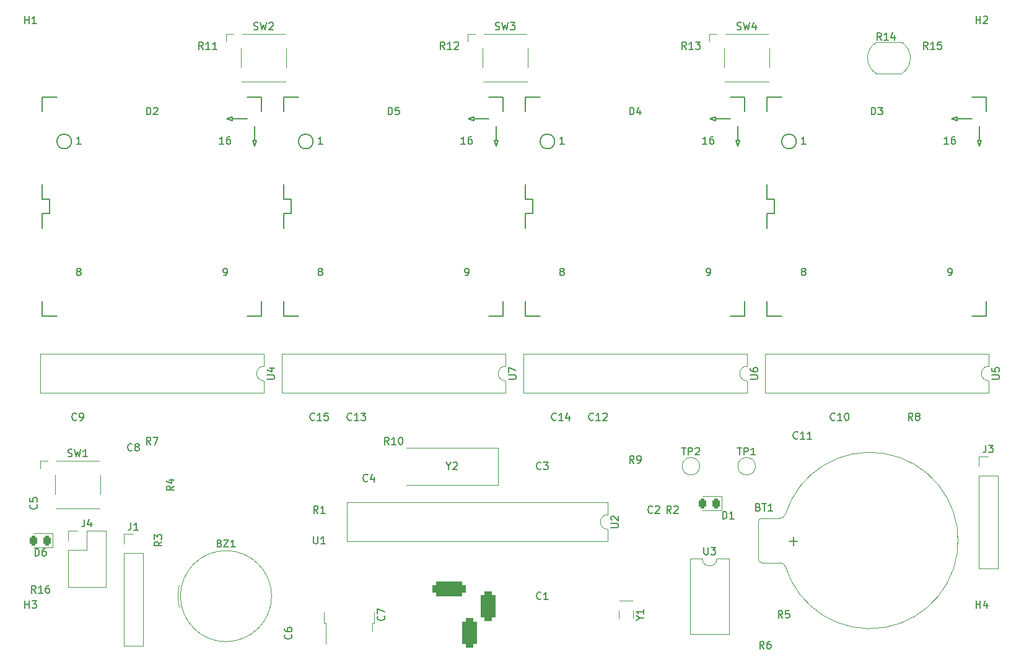
<source format=gbr>
%TF.GenerationSoftware,KiCad,Pcbnew,(6.0.5-0)*%
%TF.CreationDate,2022-07-17T16:53:03-04:00*%
%TF.ProjectId,YWS_clock,5957535f-636c-46f6-936b-2e6b69636164,rev?*%
%TF.SameCoordinates,PX4b17a20PY8a12ae0*%
%TF.FileFunction,Legend,Top*%
%TF.FilePolarity,Positive*%
%FSLAX46Y46*%
G04 Gerber Fmt 4.6, Leading zero omitted, Abs format (unit mm)*
G04 Created by KiCad (PCBNEW (6.0.5-0)) date 2022-07-17 16:53:03*
%MOMM*%
%LPD*%
G01*
G04 APERTURE LIST*
G04 Aperture macros list*
%AMRoundRect*
0 Rectangle with rounded corners*
0 $1 Rounding radius*
0 $2 $3 $4 $5 $6 $7 $8 $9 X,Y pos of 4 corners*
0 Add a 4 corners polygon primitive as box body*
4,1,4,$2,$3,$4,$5,$6,$7,$8,$9,$2,$3,0*
0 Add four circle primitives for the rounded corners*
1,1,$1+$1,$2,$3*
1,1,$1+$1,$4,$5*
1,1,$1+$1,$6,$7*
1,1,$1+$1,$8,$9*
0 Add four rect primitives between the rounded corners*
20,1,$1+$1,$2,$3,$4,$5,0*
20,1,$1+$1,$4,$5,$6,$7,0*
20,1,$1+$1,$6,$7,$8,$9,0*
20,1,$1+$1,$8,$9,$2,$3,0*%
G04 Aperture macros list end*
%ADD10C,0.150000*%
%ADD11C,0.120000*%
%ADD12R,1.700000X1.700000*%
%ADD13O,1.700000X1.700000*%
%ADD14C,2.000000*%
%ADD15R,1.600000X1.600000*%
%ADD16O,1.600000X1.600000*%
%ADD17R,2.000000X2.000000*%
%ADD18C,3.200000*%
%ADD19R,1.150000X1.400000*%
%ADD20R,1.400000X1.150000*%
%ADD21R,1.800000X1.000000*%
%ADD22C,1.524000*%
%ADD23R,1.600000X1.400000*%
%ADD24C,1.600000*%
%ADD25R,4.500000X2.000000*%
%ADD26R,1.200000X2.200000*%
%ADD27R,5.800000X6.400000*%
%ADD28R,3.000000X3.000000*%
%ADD29C,3.000000*%
%ADD30RoundRect,0.243750X0.243750X0.456250X-0.243750X0.456250X-0.243750X-0.456250X0.243750X-0.456250X0*%
%ADD31RoundRect,0.500000X1.750000X0.500000X-1.750000X0.500000X-1.750000X-0.500000X1.750000X-0.500000X0*%
%ADD32RoundRect,0.500000X-0.500000X1.500000X-0.500000X-1.500000X0.500000X-1.500000X0.500000X1.500000X0*%
G04 APERTURE END LIST*
D10*
%TO.C,J4*%
X13636666Y20657620D02*
X13636666Y19943334D01*
X13589047Y19800477D01*
X13493809Y19705239D01*
X13350952Y19657620D01*
X13255714Y19657620D01*
X14541428Y20324286D02*
X14541428Y19657620D01*
X14303333Y20705239D02*
X14065238Y19990953D01*
X14684285Y19990953D01*
%TO.C,TP2*%
X95258095Y30485620D02*
X95829523Y30485620D01*
X95543809Y29485620D02*
X95543809Y30485620D01*
X96162857Y29485620D02*
X96162857Y30485620D01*
X96543809Y30485620D01*
X96639047Y30438000D01*
X96686666Y30390381D01*
X96734285Y30295143D01*
X96734285Y30152286D01*
X96686666Y30057048D01*
X96639047Y30009429D01*
X96543809Y29961810D01*
X96162857Y29961810D01*
X97115238Y30390381D02*
X97162857Y30438000D01*
X97258095Y30485620D01*
X97496190Y30485620D01*
X97591428Y30438000D01*
X97639047Y30390381D01*
X97686666Y30295143D01*
X97686666Y30199905D01*
X97639047Y30057048D01*
X97067619Y29485620D01*
X97686666Y29485620D01*
%TO.C,TP1*%
X102878095Y30485620D02*
X103449523Y30485620D01*
X103163809Y29485620D02*
X103163809Y30485620D01*
X103782857Y29485620D02*
X103782857Y30485620D01*
X104163809Y30485620D01*
X104259047Y30438000D01*
X104306666Y30390381D01*
X104354285Y30295143D01*
X104354285Y30152286D01*
X104306666Y30057048D01*
X104259047Y30009429D01*
X104163809Y29961810D01*
X103782857Y29961810D01*
X105306666Y29485620D02*
X104735238Y29485620D01*
X105020952Y29485620D02*
X105020952Y30485620D01*
X104925714Y30342762D01*
X104830476Y30247524D01*
X104735238Y30199905D01*
%TO.C,U5*%
X137677380Y39868096D02*
X138486904Y39868096D01*
X138582142Y39915715D01*
X138629761Y39963334D01*
X138677380Y40058572D01*
X138677380Y40249048D01*
X138629761Y40344286D01*
X138582142Y40391905D01*
X138486904Y40439524D01*
X137677380Y40439524D01*
X137677380Y41391905D02*
X137677380Y40915715D01*
X138153571Y40868096D01*
X138105952Y40915715D01*
X138058333Y41010953D01*
X138058333Y41249048D01*
X138105952Y41344286D01*
X138153571Y41391905D01*
X138248809Y41439524D01*
X138486904Y41439524D01*
X138582142Y41391905D01*
X138629761Y41344286D01*
X138677380Y41249048D01*
X138677380Y41010953D01*
X138629761Y40915715D01*
X138582142Y40868096D01*
%TO.C,BZ1*%
X32099047Y17401429D02*
X32241904Y17353810D01*
X32289523Y17306191D01*
X32337142Y17210953D01*
X32337142Y17068096D01*
X32289523Y16972858D01*
X32241904Y16925239D01*
X32146666Y16877620D01*
X31765714Y16877620D01*
X31765714Y17877620D01*
X32099047Y17877620D01*
X32194285Y17830000D01*
X32241904Y17782381D01*
X32289523Y17687143D01*
X32289523Y17591905D01*
X32241904Y17496667D01*
X32194285Y17449048D01*
X32099047Y17401429D01*
X31765714Y17401429D01*
X32670476Y17877620D02*
X33337142Y17877620D01*
X32670476Y16877620D01*
X33337142Y16877620D01*
X34241904Y16877620D02*
X33670476Y16877620D01*
X33956190Y16877620D02*
X33956190Y17877620D01*
X33860952Y17734762D01*
X33765714Y17639524D01*
X33670476Y17591905D01*
%TO.C,H4*%
X135498095Y8527620D02*
X135498095Y9527620D01*
X135498095Y9051429D02*
X136069523Y9051429D01*
X136069523Y8527620D02*
X136069523Y9527620D01*
X136974285Y9194286D02*
X136974285Y8527620D01*
X136736190Y9575239D02*
X136498095Y8860953D01*
X137117142Y8860953D01*
%TO.C,C9*%
X12533333Y34312858D02*
X12485714Y34265239D01*
X12342857Y34217620D01*
X12247619Y34217620D01*
X12104761Y34265239D01*
X12009523Y34360477D01*
X11961904Y34455715D01*
X11914285Y34646191D01*
X11914285Y34789048D01*
X11961904Y34979524D01*
X12009523Y35074762D01*
X12104761Y35170000D01*
X12247619Y35217620D01*
X12342857Y35217620D01*
X12485714Y35170000D01*
X12533333Y35122381D01*
X13009523Y34217620D02*
X13200000Y34217620D01*
X13295238Y34265239D01*
X13342857Y34312858D01*
X13438095Y34455715D01*
X13485714Y34646191D01*
X13485714Y35027143D01*
X13438095Y35122381D01*
X13390476Y35170000D01*
X13295238Y35217620D01*
X13104761Y35217620D01*
X13009523Y35170000D01*
X12961904Y35122381D01*
X12914285Y35027143D01*
X12914285Y34789048D01*
X12961904Y34693810D01*
X13009523Y34646191D01*
X13104761Y34598572D01*
X13295238Y34598572D01*
X13390476Y34646191D01*
X13438095Y34693810D01*
X13485714Y34789048D01*
%TO.C,C6*%
X41887142Y4913334D02*
X41934761Y4865715D01*
X41982380Y4722858D01*
X41982380Y4627620D01*
X41934761Y4484762D01*
X41839523Y4389524D01*
X41744285Y4341905D01*
X41553809Y4294286D01*
X41410952Y4294286D01*
X41220476Y4341905D01*
X41125238Y4389524D01*
X41030000Y4484762D01*
X40982380Y4627620D01*
X40982380Y4722858D01*
X41030000Y4865715D01*
X41077619Y4913334D01*
X40982380Y5770477D02*
X40982380Y5580000D01*
X41030000Y5484762D01*
X41077619Y5437143D01*
X41220476Y5341905D01*
X41410952Y5294286D01*
X41791904Y5294286D01*
X41887142Y5341905D01*
X41934761Y5389524D01*
X41982380Y5484762D01*
X41982380Y5675239D01*
X41934761Y5770477D01*
X41887142Y5818096D01*
X41791904Y5865715D01*
X41553809Y5865715D01*
X41458571Y5818096D01*
X41410952Y5770477D01*
X41363333Y5675239D01*
X41363333Y5484762D01*
X41410952Y5389524D01*
X41458571Y5341905D01*
X41553809Y5294286D01*
%TO.C,Y1*%
X89576190Y7143810D02*
X90052380Y7143810D01*
X89052380Y6810477D02*
X89576190Y7143810D01*
X89052380Y7477143D01*
X90052380Y8334286D02*
X90052380Y7762858D01*
X90052380Y8048572D02*
X89052380Y8048572D01*
X89195238Y7953334D01*
X89290476Y7858096D01*
X89338095Y7762858D01*
%TO.C,U3*%
X98308095Y16837620D02*
X98308095Y16028096D01*
X98355714Y15932858D01*
X98403333Y15885239D01*
X98498571Y15837620D01*
X98689047Y15837620D01*
X98784285Y15885239D01*
X98831904Y15932858D01*
X98879523Y16028096D01*
X98879523Y16837620D01*
X99260476Y16837620D02*
X99879523Y16837620D01*
X99546190Y16456667D01*
X99689047Y16456667D01*
X99784285Y16409048D01*
X99831904Y16361429D01*
X99879523Y16266191D01*
X99879523Y16028096D01*
X99831904Y15932858D01*
X99784285Y15885239D01*
X99689047Y15837620D01*
X99403333Y15837620D01*
X99308095Y15885239D01*
X99260476Y15932858D01*
%TO.C,R16*%
X6977142Y10597620D02*
X6643809Y11073810D01*
X6405714Y10597620D02*
X6405714Y11597620D01*
X6786666Y11597620D01*
X6881904Y11550000D01*
X6929523Y11502381D01*
X6977142Y11407143D01*
X6977142Y11264286D01*
X6929523Y11169048D01*
X6881904Y11121429D01*
X6786666Y11073810D01*
X6405714Y11073810D01*
X7929523Y10597620D02*
X7358095Y10597620D01*
X7643809Y10597620D02*
X7643809Y11597620D01*
X7548571Y11454762D01*
X7453333Y11359524D01*
X7358095Y11311905D01*
X8786666Y11597620D02*
X8596190Y11597620D01*
X8500952Y11550000D01*
X8453333Y11502381D01*
X8358095Y11359524D01*
X8310476Y11169048D01*
X8310476Y10788096D01*
X8358095Y10692858D01*
X8405714Y10645239D01*
X8500952Y10597620D01*
X8691428Y10597620D01*
X8786666Y10645239D01*
X8834285Y10692858D01*
X8881904Y10788096D01*
X8881904Y11026191D01*
X8834285Y11121429D01*
X8786666Y11169048D01*
X8691428Y11216667D01*
X8500952Y11216667D01*
X8405714Y11169048D01*
X8358095Y11121429D01*
X8310476Y11026191D01*
%TO.C,D4*%
X88161904Y76047620D02*
X88161904Y77047620D01*
X88400000Y77047620D01*
X88542857Y77000000D01*
X88638095Y76904762D01*
X88685714Y76809524D01*
X88733333Y76619048D01*
X88733333Y76476191D01*
X88685714Y76285715D01*
X88638095Y76190477D01*
X88542857Y76095239D01*
X88400000Y76047620D01*
X88161904Y76047620D01*
X89590476Y76714286D02*
X89590476Y76047620D01*
X89352380Y77095239D02*
X89114285Y76380953D01*
X89733333Y76380953D01*
X98709523Y72047620D02*
X98138095Y72047620D01*
X98423809Y72047620D02*
X98423809Y73047620D01*
X98328571Y72904762D01*
X98233333Y72809524D01*
X98138095Y72761905D01*
X99566666Y73047620D02*
X99376190Y73047620D01*
X99280952Y73000000D01*
X99233333Y72952381D01*
X99138095Y72809524D01*
X99090476Y72619048D01*
X99090476Y72238096D01*
X99138095Y72142858D01*
X99185714Y72095239D01*
X99280952Y72047620D01*
X99471428Y72047620D01*
X99566666Y72095239D01*
X99614285Y72142858D01*
X99661904Y72238096D01*
X99661904Y72476191D01*
X99614285Y72571429D01*
X99566666Y72619048D01*
X99471428Y72666667D01*
X99280952Y72666667D01*
X99185714Y72619048D01*
X99138095Y72571429D01*
X99090476Y72476191D01*
X78804761Y54619048D02*
X78709523Y54666667D01*
X78661904Y54714286D01*
X78614285Y54809524D01*
X78614285Y54857143D01*
X78661904Y54952381D01*
X78709523Y55000000D01*
X78804761Y55047620D01*
X78995238Y55047620D01*
X79090476Y55000000D01*
X79138095Y54952381D01*
X79185714Y54857143D01*
X79185714Y54809524D01*
X79138095Y54714286D01*
X79090476Y54666667D01*
X78995238Y54619048D01*
X78804761Y54619048D01*
X78709523Y54571429D01*
X78661904Y54523810D01*
X78614285Y54428572D01*
X78614285Y54238096D01*
X78661904Y54142858D01*
X78709523Y54095239D01*
X78804761Y54047620D01*
X78995238Y54047620D01*
X79090476Y54095239D01*
X79138095Y54142858D01*
X79185714Y54238096D01*
X79185714Y54428572D01*
X79138095Y54523810D01*
X79090476Y54571429D01*
X78995238Y54619048D01*
X79185714Y72047620D02*
X78614285Y72047620D01*
X78900000Y72047620D02*
X78900000Y73047620D01*
X78804761Y72904762D01*
X78709523Y72809524D01*
X78614285Y72761905D01*
X98709523Y54047620D02*
X98900000Y54047620D01*
X98995238Y54095239D01*
X99042857Y54142858D01*
X99138095Y54285715D01*
X99185714Y54476191D01*
X99185714Y54857143D01*
X99138095Y54952381D01*
X99090476Y55000000D01*
X98995238Y55047620D01*
X98804761Y55047620D01*
X98709523Y55000000D01*
X98661904Y54952381D01*
X98614285Y54857143D01*
X98614285Y54619048D01*
X98661904Y54523810D01*
X98709523Y54476191D01*
X98804761Y54428572D01*
X98995238Y54428572D01*
X99090476Y54476191D01*
X99138095Y54523810D01*
X99185714Y54619048D01*
%TO.C,R5*%
X109053333Y7167620D02*
X108720000Y7643810D01*
X108481904Y7167620D02*
X108481904Y8167620D01*
X108862857Y8167620D01*
X108958095Y8120000D01*
X109005714Y8072381D01*
X109053333Y7977143D01*
X109053333Y7834286D01*
X109005714Y7739048D01*
X108958095Y7691429D01*
X108862857Y7643810D01*
X108481904Y7643810D01*
X109958095Y8167620D02*
X109481904Y8167620D01*
X109434285Y7691429D01*
X109481904Y7739048D01*
X109577142Y7786667D01*
X109815238Y7786667D01*
X109910476Y7739048D01*
X109958095Y7691429D01*
X110005714Y7596191D01*
X110005714Y7358096D01*
X109958095Y7262858D01*
X109910476Y7215239D01*
X109815238Y7167620D01*
X109577142Y7167620D01*
X109481904Y7215239D01*
X109434285Y7262858D01*
%TO.C,C14*%
X78097142Y34312858D02*
X78049523Y34265239D01*
X77906666Y34217620D01*
X77811428Y34217620D01*
X77668571Y34265239D01*
X77573333Y34360477D01*
X77525714Y34455715D01*
X77478095Y34646191D01*
X77478095Y34789048D01*
X77525714Y34979524D01*
X77573333Y35074762D01*
X77668571Y35170000D01*
X77811428Y35217620D01*
X77906666Y35217620D01*
X78049523Y35170000D01*
X78097142Y35122381D01*
X79049523Y34217620D02*
X78478095Y34217620D01*
X78763809Y34217620D02*
X78763809Y35217620D01*
X78668571Y35074762D01*
X78573333Y34979524D01*
X78478095Y34931905D01*
X79906666Y34884286D02*
X79906666Y34217620D01*
X79668571Y35265239D02*
X79430476Y34550953D01*
X80049523Y34550953D01*
%TO.C,J3*%
X136826666Y30817620D02*
X136826666Y30103334D01*
X136779047Y29960477D01*
X136683809Y29865239D01*
X136540952Y29817620D01*
X136445714Y29817620D01*
X137207619Y30817620D02*
X137826666Y30817620D01*
X137493333Y30436667D01*
X137636190Y30436667D01*
X137731428Y30389048D01*
X137779047Y30341429D01*
X137826666Y30246191D01*
X137826666Y30008096D01*
X137779047Y29912858D01*
X137731428Y29865239D01*
X137636190Y29817620D01*
X137350476Y29817620D01*
X137255238Y29865239D01*
X137207619Y29912858D01*
%TO.C,R6*%
X106513333Y2977620D02*
X106180000Y3453810D01*
X105941904Y2977620D02*
X105941904Y3977620D01*
X106322857Y3977620D01*
X106418095Y3930000D01*
X106465714Y3882381D01*
X106513333Y3787143D01*
X106513333Y3644286D01*
X106465714Y3549048D01*
X106418095Y3501429D01*
X106322857Y3453810D01*
X105941904Y3453810D01*
X107370476Y3977620D02*
X107180000Y3977620D01*
X107084761Y3930000D01*
X107037142Y3882381D01*
X106941904Y3739524D01*
X106894285Y3549048D01*
X106894285Y3168096D01*
X106941904Y3072858D01*
X106989523Y3025239D01*
X107084761Y2977620D01*
X107275238Y2977620D01*
X107370476Y3025239D01*
X107418095Y3072858D01*
X107465714Y3168096D01*
X107465714Y3406191D01*
X107418095Y3501429D01*
X107370476Y3549048D01*
X107275238Y3596667D01*
X107084761Y3596667D01*
X106989523Y3549048D01*
X106941904Y3501429D01*
X106894285Y3406191D01*
%TO.C,SW3*%
X69786666Y87715239D02*
X69929523Y87667620D01*
X70167619Y87667620D01*
X70262857Y87715239D01*
X70310476Y87762858D01*
X70358095Y87858096D01*
X70358095Y87953334D01*
X70310476Y88048572D01*
X70262857Y88096191D01*
X70167619Y88143810D01*
X69977142Y88191429D01*
X69881904Y88239048D01*
X69834285Y88286667D01*
X69786666Y88381905D01*
X69786666Y88477143D01*
X69834285Y88572381D01*
X69881904Y88620000D01*
X69977142Y88667620D01*
X70215238Y88667620D01*
X70358095Y88620000D01*
X70691428Y88667620D02*
X70929523Y87667620D01*
X71120000Y88381905D01*
X71310476Y87667620D01*
X71548571Y88667620D01*
X71834285Y88667620D02*
X72453333Y88667620D01*
X72120000Y88286667D01*
X72262857Y88286667D01*
X72358095Y88239048D01*
X72405714Y88191429D01*
X72453333Y88096191D01*
X72453333Y87858096D01*
X72405714Y87762858D01*
X72358095Y87715239D01*
X72262857Y87667620D01*
X71977142Y87667620D01*
X71881904Y87715239D01*
X71834285Y87762858D01*
%TO.C,R13*%
X95877142Y85017620D02*
X95543809Y85493810D01*
X95305714Y85017620D02*
X95305714Y86017620D01*
X95686666Y86017620D01*
X95781904Y85970000D01*
X95829523Y85922381D01*
X95877142Y85827143D01*
X95877142Y85684286D01*
X95829523Y85589048D01*
X95781904Y85541429D01*
X95686666Y85493810D01*
X95305714Y85493810D01*
X96829523Y85017620D02*
X96258095Y85017620D01*
X96543809Y85017620D02*
X96543809Y86017620D01*
X96448571Y85874762D01*
X96353333Y85779524D01*
X96258095Y85731905D01*
X97162857Y86017620D02*
X97781904Y86017620D01*
X97448571Y85636667D01*
X97591428Y85636667D01*
X97686666Y85589048D01*
X97734285Y85541429D01*
X97781904Y85446191D01*
X97781904Y85208096D01*
X97734285Y85112858D01*
X97686666Y85065239D01*
X97591428Y85017620D01*
X97305714Y85017620D01*
X97210476Y85065239D01*
X97162857Y85112858D01*
%TO.C,C3*%
X76033333Y27582858D02*
X75985714Y27535239D01*
X75842857Y27487620D01*
X75747619Y27487620D01*
X75604761Y27535239D01*
X75509523Y27630477D01*
X75461904Y27725715D01*
X75414285Y27916191D01*
X75414285Y28059048D01*
X75461904Y28249524D01*
X75509523Y28344762D01*
X75604761Y28440000D01*
X75747619Y28487620D01*
X75842857Y28487620D01*
X75985714Y28440000D01*
X76033333Y28392381D01*
X76366666Y28487620D02*
X76985714Y28487620D01*
X76652380Y28106667D01*
X76795238Y28106667D01*
X76890476Y28059048D01*
X76938095Y28011429D01*
X76985714Y27916191D01*
X76985714Y27678096D01*
X76938095Y27582858D01*
X76890476Y27535239D01*
X76795238Y27487620D01*
X76509523Y27487620D01*
X76414285Y27535239D01*
X76366666Y27582858D01*
%TO.C,R1*%
X45553333Y21517620D02*
X45220000Y21993810D01*
X44981904Y21517620D02*
X44981904Y22517620D01*
X45362857Y22517620D01*
X45458095Y22470000D01*
X45505714Y22422381D01*
X45553333Y22327143D01*
X45553333Y22184286D01*
X45505714Y22089048D01*
X45458095Y22041429D01*
X45362857Y21993810D01*
X44981904Y21993810D01*
X46505714Y21517620D02*
X45934285Y21517620D01*
X46220000Y21517620D02*
X46220000Y22517620D01*
X46124761Y22374762D01*
X46029523Y22279524D01*
X45934285Y22231905D01*
%TO.C,D2*%
X22121904Y76047620D02*
X22121904Y77047620D01*
X22360000Y77047620D01*
X22502857Y77000000D01*
X22598095Y76904762D01*
X22645714Y76809524D01*
X22693333Y76619048D01*
X22693333Y76476191D01*
X22645714Y76285715D01*
X22598095Y76190477D01*
X22502857Y76095239D01*
X22360000Y76047620D01*
X22121904Y76047620D01*
X23074285Y76952381D02*
X23121904Y77000000D01*
X23217142Y77047620D01*
X23455238Y77047620D01*
X23550476Y77000000D01*
X23598095Y76952381D01*
X23645714Y76857143D01*
X23645714Y76761905D01*
X23598095Y76619048D01*
X23026666Y76047620D01*
X23645714Y76047620D01*
X13145714Y72047620D02*
X12574285Y72047620D01*
X12860000Y72047620D02*
X12860000Y73047620D01*
X12764761Y72904762D01*
X12669523Y72809524D01*
X12574285Y72761905D01*
X32669523Y54047620D02*
X32860000Y54047620D01*
X32955238Y54095239D01*
X33002857Y54142858D01*
X33098095Y54285715D01*
X33145714Y54476191D01*
X33145714Y54857143D01*
X33098095Y54952381D01*
X33050476Y55000000D01*
X32955238Y55047620D01*
X32764761Y55047620D01*
X32669523Y55000000D01*
X32621904Y54952381D01*
X32574285Y54857143D01*
X32574285Y54619048D01*
X32621904Y54523810D01*
X32669523Y54476191D01*
X32764761Y54428572D01*
X32955238Y54428572D01*
X33050476Y54476191D01*
X33098095Y54523810D01*
X33145714Y54619048D01*
X12764761Y54619048D02*
X12669523Y54666667D01*
X12621904Y54714286D01*
X12574285Y54809524D01*
X12574285Y54857143D01*
X12621904Y54952381D01*
X12669523Y55000000D01*
X12764761Y55047620D01*
X12955238Y55047620D01*
X13050476Y55000000D01*
X13098095Y54952381D01*
X13145714Y54857143D01*
X13145714Y54809524D01*
X13098095Y54714286D01*
X13050476Y54666667D01*
X12955238Y54619048D01*
X12764761Y54619048D01*
X12669523Y54571429D01*
X12621904Y54523810D01*
X12574285Y54428572D01*
X12574285Y54238096D01*
X12621904Y54142858D01*
X12669523Y54095239D01*
X12764761Y54047620D01*
X12955238Y54047620D01*
X13050476Y54095239D01*
X13098095Y54142858D01*
X13145714Y54238096D01*
X13145714Y54428572D01*
X13098095Y54523810D01*
X13050476Y54571429D01*
X12955238Y54619048D01*
X32669523Y72047620D02*
X32098095Y72047620D01*
X32383809Y72047620D02*
X32383809Y73047620D01*
X32288571Y72904762D01*
X32193333Y72809524D01*
X32098095Y72761905D01*
X33526666Y73047620D02*
X33336190Y73047620D01*
X33240952Y73000000D01*
X33193333Y72952381D01*
X33098095Y72809524D01*
X33050476Y72619048D01*
X33050476Y72238096D01*
X33098095Y72142858D01*
X33145714Y72095239D01*
X33240952Y72047620D01*
X33431428Y72047620D01*
X33526666Y72095239D01*
X33574285Y72142858D01*
X33621904Y72238096D01*
X33621904Y72476191D01*
X33574285Y72571429D01*
X33526666Y72619048D01*
X33431428Y72666667D01*
X33240952Y72666667D01*
X33145714Y72619048D01*
X33098095Y72571429D01*
X33050476Y72476191D01*
%TO.C,H2*%
X135498095Y88527620D02*
X135498095Y89527620D01*
X135498095Y89051429D02*
X136069523Y89051429D01*
X136069523Y88527620D02*
X136069523Y89527620D01*
X136498095Y89432381D02*
X136545714Y89480000D01*
X136640952Y89527620D01*
X136879047Y89527620D01*
X136974285Y89480000D01*
X137021904Y89432381D01*
X137069523Y89337143D01*
X137069523Y89241905D01*
X137021904Y89099048D01*
X136450476Y88527620D01*
X137069523Y88527620D01*
%TO.C,C12*%
X83177142Y34312858D02*
X83129523Y34265239D01*
X82986666Y34217620D01*
X82891428Y34217620D01*
X82748571Y34265239D01*
X82653333Y34360477D01*
X82605714Y34455715D01*
X82558095Y34646191D01*
X82558095Y34789048D01*
X82605714Y34979524D01*
X82653333Y35074762D01*
X82748571Y35170000D01*
X82891428Y35217620D01*
X82986666Y35217620D01*
X83129523Y35170000D01*
X83177142Y35122381D01*
X84129523Y34217620D02*
X83558095Y34217620D01*
X83843809Y34217620D02*
X83843809Y35217620D01*
X83748571Y35074762D01*
X83653333Y34979524D01*
X83558095Y34931905D01*
X84510476Y35122381D02*
X84558095Y35170000D01*
X84653333Y35217620D01*
X84891428Y35217620D01*
X84986666Y35170000D01*
X85034285Y35122381D01*
X85081904Y35027143D01*
X85081904Y34931905D01*
X85034285Y34789048D01*
X84462857Y34217620D01*
X85081904Y34217620D01*
%TO.C,R15*%
X128897142Y85017620D02*
X128563809Y85493810D01*
X128325714Y85017620D02*
X128325714Y86017620D01*
X128706666Y86017620D01*
X128801904Y85970000D01*
X128849523Y85922381D01*
X128897142Y85827143D01*
X128897142Y85684286D01*
X128849523Y85589048D01*
X128801904Y85541429D01*
X128706666Y85493810D01*
X128325714Y85493810D01*
X129849523Y85017620D02*
X129278095Y85017620D01*
X129563809Y85017620D02*
X129563809Y86017620D01*
X129468571Y85874762D01*
X129373333Y85779524D01*
X129278095Y85731905D01*
X130754285Y86017620D02*
X130278095Y86017620D01*
X130230476Y85541429D01*
X130278095Y85589048D01*
X130373333Y85636667D01*
X130611428Y85636667D01*
X130706666Y85589048D01*
X130754285Y85541429D01*
X130801904Y85446191D01*
X130801904Y85208096D01*
X130754285Y85112858D01*
X130706666Y85065239D01*
X130611428Y85017620D01*
X130373333Y85017620D01*
X130278095Y85065239D01*
X130230476Y85112858D01*
%TO.C,C8*%
X20153333Y30122858D02*
X20105714Y30075239D01*
X19962857Y30027620D01*
X19867619Y30027620D01*
X19724761Y30075239D01*
X19629523Y30170477D01*
X19581904Y30265715D01*
X19534285Y30456191D01*
X19534285Y30599048D01*
X19581904Y30789524D01*
X19629523Y30884762D01*
X19724761Y30980000D01*
X19867619Y31027620D01*
X19962857Y31027620D01*
X20105714Y30980000D01*
X20153333Y30932381D01*
X20724761Y30599048D02*
X20629523Y30646667D01*
X20581904Y30694286D01*
X20534285Y30789524D01*
X20534285Y30837143D01*
X20581904Y30932381D01*
X20629523Y30980000D01*
X20724761Y31027620D01*
X20915238Y31027620D01*
X21010476Y30980000D01*
X21058095Y30932381D01*
X21105714Y30837143D01*
X21105714Y30789524D01*
X21058095Y30694286D01*
X21010476Y30646667D01*
X20915238Y30599048D01*
X20724761Y30599048D01*
X20629523Y30551429D01*
X20581904Y30503810D01*
X20534285Y30408572D01*
X20534285Y30218096D01*
X20581904Y30122858D01*
X20629523Y30075239D01*
X20724761Y30027620D01*
X20915238Y30027620D01*
X21010476Y30075239D01*
X21058095Y30122858D01*
X21105714Y30218096D01*
X21105714Y30408572D01*
X21058095Y30503810D01*
X21010476Y30551429D01*
X20915238Y30599048D01*
%TO.C,R14*%
X122547142Y86267620D02*
X122213809Y86743810D01*
X121975714Y86267620D02*
X121975714Y87267620D01*
X122356666Y87267620D01*
X122451904Y87220000D01*
X122499523Y87172381D01*
X122547142Y87077143D01*
X122547142Y86934286D01*
X122499523Y86839048D01*
X122451904Y86791429D01*
X122356666Y86743810D01*
X121975714Y86743810D01*
X123499523Y86267620D02*
X122928095Y86267620D01*
X123213809Y86267620D02*
X123213809Y87267620D01*
X123118571Y87124762D01*
X123023333Y87029524D01*
X122928095Y86981905D01*
X124356666Y86934286D02*
X124356666Y86267620D01*
X124118571Y87315239D02*
X123880476Y86600953D01*
X124499523Y86600953D01*
%TO.C,H3*%
X5498095Y8527620D02*
X5498095Y9527620D01*
X5498095Y9051429D02*
X6069523Y9051429D01*
X6069523Y8527620D02*
X6069523Y9527620D01*
X6450476Y9527620D02*
X7069523Y9527620D01*
X6736190Y9146667D01*
X6879047Y9146667D01*
X6974285Y9099048D01*
X7021904Y9051429D01*
X7069523Y8956191D01*
X7069523Y8718096D01*
X7021904Y8622858D01*
X6974285Y8575239D01*
X6879047Y8527620D01*
X6593333Y8527620D01*
X6498095Y8575239D01*
X6450476Y8622858D01*
%TO.C,R11*%
X29837142Y85017620D02*
X29503809Y85493810D01*
X29265714Y85017620D02*
X29265714Y86017620D01*
X29646666Y86017620D01*
X29741904Y85970000D01*
X29789523Y85922381D01*
X29837142Y85827143D01*
X29837142Y85684286D01*
X29789523Y85589048D01*
X29741904Y85541429D01*
X29646666Y85493810D01*
X29265714Y85493810D01*
X30789523Y85017620D02*
X30218095Y85017620D01*
X30503809Y85017620D02*
X30503809Y86017620D01*
X30408571Y85874762D01*
X30313333Y85779524D01*
X30218095Y85731905D01*
X31741904Y85017620D02*
X31170476Y85017620D01*
X31456190Y85017620D02*
X31456190Y86017620D01*
X31360952Y85874762D01*
X31265714Y85779524D01*
X31170476Y85731905D01*
%TO.C,U2*%
X85602380Y19548096D02*
X86411904Y19548096D01*
X86507142Y19595715D01*
X86554761Y19643334D01*
X86602380Y19738572D01*
X86602380Y19929048D01*
X86554761Y20024286D01*
X86507142Y20071905D01*
X86411904Y20119524D01*
X85602380Y20119524D01*
X85697619Y20548096D02*
X85650000Y20595715D01*
X85602380Y20690953D01*
X85602380Y20929048D01*
X85650000Y21024286D01*
X85697619Y21071905D01*
X85792857Y21119524D01*
X85888095Y21119524D01*
X86030952Y21071905D01*
X86602380Y20500477D01*
X86602380Y21119524D01*
%TO.C,Y2*%
X63423809Y27963810D02*
X63423809Y27487620D01*
X63090476Y28487620D02*
X63423809Y27963810D01*
X63757142Y28487620D01*
X64042857Y28392381D02*
X64090476Y28440000D01*
X64185714Y28487620D01*
X64423809Y28487620D01*
X64519047Y28440000D01*
X64566666Y28392381D01*
X64614285Y28297143D01*
X64614285Y28201905D01*
X64566666Y28059048D01*
X63995238Y27487620D01*
X64614285Y27487620D01*
%TO.C,SW2*%
X36766666Y87715239D02*
X36909523Y87667620D01*
X37147619Y87667620D01*
X37242857Y87715239D01*
X37290476Y87762858D01*
X37338095Y87858096D01*
X37338095Y87953334D01*
X37290476Y88048572D01*
X37242857Y88096191D01*
X37147619Y88143810D01*
X36957142Y88191429D01*
X36861904Y88239048D01*
X36814285Y88286667D01*
X36766666Y88381905D01*
X36766666Y88477143D01*
X36814285Y88572381D01*
X36861904Y88620000D01*
X36957142Y88667620D01*
X37195238Y88667620D01*
X37338095Y88620000D01*
X37671428Y88667620D02*
X37909523Y87667620D01*
X38100000Y88381905D01*
X38290476Y87667620D01*
X38528571Y88667620D01*
X38861904Y88572381D02*
X38909523Y88620000D01*
X39004761Y88667620D01*
X39242857Y88667620D01*
X39338095Y88620000D01*
X39385714Y88572381D01*
X39433333Y88477143D01*
X39433333Y88381905D01*
X39385714Y88239048D01*
X38814285Y87667620D01*
X39433333Y87667620D01*
%TO.C,R10*%
X55237142Y30917620D02*
X54903809Y31393810D01*
X54665714Y30917620D02*
X54665714Y31917620D01*
X55046666Y31917620D01*
X55141904Y31870000D01*
X55189523Y31822381D01*
X55237142Y31727143D01*
X55237142Y31584286D01*
X55189523Y31489048D01*
X55141904Y31441429D01*
X55046666Y31393810D01*
X54665714Y31393810D01*
X56189523Y30917620D02*
X55618095Y30917620D01*
X55903809Y30917620D02*
X55903809Y31917620D01*
X55808571Y31774762D01*
X55713333Y31679524D01*
X55618095Y31631905D01*
X56808571Y31917620D02*
X56903809Y31917620D01*
X56999047Y31870000D01*
X57046666Y31822381D01*
X57094285Y31727143D01*
X57141904Y31536667D01*
X57141904Y31298572D01*
X57094285Y31108096D01*
X57046666Y31012858D01*
X56999047Y30965239D01*
X56903809Y30917620D01*
X56808571Y30917620D01*
X56713333Y30965239D01*
X56665714Y31012858D01*
X56618095Y31108096D01*
X56570476Y31298572D01*
X56570476Y31536667D01*
X56618095Y31727143D01*
X56665714Y31822381D01*
X56713333Y31870000D01*
X56808571Y31917620D01*
%TO.C,R4*%
X25852380Y25233334D02*
X25376190Y24900000D01*
X25852380Y24661905D02*
X24852380Y24661905D01*
X24852380Y25042858D01*
X24900000Y25138096D01*
X24947619Y25185715D01*
X25042857Y25233334D01*
X25185714Y25233334D01*
X25280952Y25185715D01*
X25328571Y25138096D01*
X25376190Y25042858D01*
X25376190Y24661905D01*
X25185714Y26090477D02*
X25852380Y26090477D01*
X24804761Y25852381D02*
X25519047Y25614286D01*
X25519047Y26233334D01*
%TO.C,H1*%
X5498095Y88527620D02*
X5498095Y89527620D01*
X5498095Y89051429D02*
X6069523Y89051429D01*
X6069523Y88527620D02*
X6069523Y89527620D01*
X7069523Y88527620D02*
X6498095Y88527620D01*
X6783809Y88527620D02*
X6783809Y89527620D01*
X6688571Y89384762D01*
X6593333Y89289524D01*
X6498095Y89241905D01*
%TO.C,SW4*%
X102806666Y87715239D02*
X102949523Y87667620D01*
X103187619Y87667620D01*
X103282857Y87715239D01*
X103330476Y87762858D01*
X103378095Y87858096D01*
X103378095Y87953334D01*
X103330476Y88048572D01*
X103282857Y88096191D01*
X103187619Y88143810D01*
X102997142Y88191429D01*
X102901904Y88239048D01*
X102854285Y88286667D01*
X102806666Y88381905D01*
X102806666Y88477143D01*
X102854285Y88572381D01*
X102901904Y88620000D01*
X102997142Y88667620D01*
X103235238Y88667620D01*
X103378095Y88620000D01*
X103711428Y88667620D02*
X103949523Y87667620D01*
X104140000Y88381905D01*
X104330476Y87667620D01*
X104568571Y88667620D01*
X105378095Y88334286D02*
X105378095Y87667620D01*
X105140000Y88715239D02*
X104901904Y88000953D01*
X105520952Y88000953D01*
%TO.C,D5*%
X55141904Y76047620D02*
X55141904Y77047620D01*
X55380000Y77047620D01*
X55522857Y77000000D01*
X55618095Y76904762D01*
X55665714Y76809524D01*
X55713333Y76619048D01*
X55713333Y76476191D01*
X55665714Y76285715D01*
X55618095Y76190477D01*
X55522857Y76095239D01*
X55380000Y76047620D01*
X55141904Y76047620D01*
X56618095Y77047620D02*
X56141904Y77047620D01*
X56094285Y76571429D01*
X56141904Y76619048D01*
X56237142Y76666667D01*
X56475238Y76666667D01*
X56570476Y76619048D01*
X56618095Y76571429D01*
X56665714Y76476191D01*
X56665714Y76238096D01*
X56618095Y76142858D01*
X56570476Y76095239D01*
X56475238Y76047620D01*
X56237142Y76047620D01*
X56141904Y76095239D01*
X56094285Y76142858D01*
X65689523Y54047620D02*
X65880000Y54047620D01*
X65975238Y54095239D01*
X66022857Y54142858D01*
X66118095Y54285715D01*
X66165714Y54476191D01*
X66165714Y54857143D01*
X66118095Y54952381D01*
X66070476Y55000000D01*
X65975238Y55047620D01*
X65784761Y55047620D01*
X65689523Y55000000D01*
X65641904Y54952381D01*
X65594285Y54857143D01*
X65594285Y54619048D01*
X65641904Y54523810D01*
X65689523Y54476191D01*
X65784761Y54428572D01*
X65975238Y54428572D01*
X66070476Y54476191D01*
X66118095Y54523810D01*
X66165714Y54619048D01*
X65689523Y72047620D02*
X65118095Y72047620D01*
X65403809Y72047620D02*
X65403809Y73047620D01*
X65308571Y72904762D01*
X65213333Y72809524D01*
X65118095Y72761905D01*
X66546666Y73047620D02*
X66356190Y73047620D01*
X66260952Y73000000D01*
X66213333Y72952381D01*
X66118095Y72809524D01*
X66070476Y72619048D01*
X66070476Y72238096D01*
X66118095Y72142858D01*
X66165714Y72095239D01*
X66260952Y72047620D01*
X66451428Y72047620D01*
X66546666Y72095239D01*
X66594285Y72142858D01*
X66641904Y72238096D01*
X66641904Y72476191D01*
X66594285Y72571429D01*
X66546666Y72619048D01*
X66451428Y72666667D01*
X66260952Y72666667D01*
X66165714Y72619048D01*
X66118095Y72571429D01*
X66070476Y72476191D01*
X45784761Y54619048D02*
X45689523Y54666667D01*
X45641904Y54714286D01*
X45594285Y54809524D01*
X45594285Y54857143D01*
X45641904Y54952381D01*
X45689523Y55000000D01*
X45784761Y55047620D01*
X45975238Y55047620D01*
X46070476Y55000000D01*
X46118095Y54952381D01*
X46165714Y54857143D01*
X46165714Y54809524D01*
X46118095Y54714286D01*
X46070476Y54666667D01*
X45975238Y54619048D01*
X45784761Y54619048D01*
X45689523Y54571429D01*
X45641904Y54523810D01*
X45594285Y54428572D01*
X45594285Y54238096D01*
X45641904Y54142858D01*
X45689523Y54095239D01*
X45784761Y54047620D01*
X45975238Y54047620D01*
X46070476Y54095239D01*
X46118095Y54142858D01*
X46165714Y54238096D01*
X46165714Y54428572D01*
X46118095Y54523810D01*
X46070476Y54571429D01*
X45975238Y54619048D01*
X46165714Y72047620D02*
X45594285Y72047620D01*
X45880000Y72047620D02*
X45880000Y73047620D01*
X45784761Y72904762D01*
X45689523Y72809524D01*
X45594285Y72761905D01*
%TO.C,J1*%
X19986666Y20232620D02*
X19986666Y19518334D01*
X19939047Y19375477D01*
X19843809Y19280239D01*
X19700952Y19232620D01*
X19605714Y19232620D01*
X20986666Y19232620D02*
X20415238Y19232620D01*
X20700952Y19232620D02*
X20700952Y20232620D01*
X20605714Y20089762D01*
X20510476Y19994524D01*
X20415238Y19946905D01*
%TO.C,U4*%
X38617380Y39868096D02*
X39426904Y39868096D01*
X39522142Y39915715D01*
X39569761Y39963334D01*
X39617380Y40058572D01*
X39617380Y40249048D01*
X39569761Y40344286D01*
X39522142Y40391905D01*
X39426904Y40439524D01*
X38617380Y40439524D01*
X38950714Y41344286D02*
X39617380Y41344286D01*
X38569761Y41106191D02*
X39284047Y40868096D01*
X39284047Y41487143D01*
%TO.C,U6*%
X104657380Y39868096D02*
X105466904Y39868096D01*
X105562142Y39915715D01*
X105609761Y39963334D01*
X105657380Y40058572D01*
X105657380Y40249048D01*
X105609761Y40344286D01*
X105562142Y40391905D01*
X105466904Y40439524D01*
X104657380Y40439524D01*
X104657380Y41344286D02*
X104657380Y41153810D01*
X104705000Y41058572D01*
X104752619Y41010953D01*
X104895476Y40915715D01*
X105085952Y40868096D01*
X105466904Y40868096D01*
X105562142Y40915715D01*
X105609761Y40963334D01*
X105657380Y41058572D01*
X105657380Y41249048D01*
X105609761Y41344286D01*
X105562142Y41391905D01*
X105466904Y41439524D01*
X105228809Y41439524D01*
X105133571Y41391905D01*
X105085952Y41344286D01*
X105038333Y41249048D01*
X105038333Y41058572D01*
X105085952Y40963334D01*
X105133571Y40915715D01*
X105228809Y40868096D01*
%TO.C,C13*%
X50157142Y34312858D02*
X50109523Y34265239D01*
X49966666Y34217620D01*
X49871428Y34217620D01*
X49728571Y34265239D01*
X49633333Y34360477D01*
X49585714Y34455715D01*
X49538095Y34646191D01*
X49538095Y34789048D01*
X49585714Y34979524D01*
X49633333Y35074762D01*
X49728571Y35170000D01*
X49871428Y35217620D01*
X49966666Y35217620D01*
X50109523Y35170000D01*
X50157142Y35122381D01*
X51109523Y34217620D02*
X50538095Y34217620D01*
X50823809Y34217620D02*
X50823809Y35217620D01*
X50728571Y35074762D01*
X50633333Y34979524D01*
X50538095Y34931905D01*
X51442857Y35217620D02*
X52061904Y35217620D01*
X51728571Y34836667D01*
X51871428Y34836667D01*
X51966666Y34789048D01*
X52014285Y34741429D01*
X52061904Y34646191D01*
X52061904Y34408096D01*
X52014285Y34312858D01*
X51966666Y34265239D01*
X51871428Y34217620D01*
X51585714Y34217620D01*
X51490476Y34265239D01*
X51442857Y34312858D01*
%TO.C,U1*%
X44958095Y18327620D02*
X44958095Y17518096D01*
X45005714Y17422858D01*
X45053333Y17375239D01*
X45148571Y17327620D01*
X45339047Y17327620D01*
X45434285Y17375239D01*
X45481904Y17422858D01*
X45529523Y17518096D01*
X45529523Y18327620D01*
X46529523Y17327620D02*
X45958095Y17327620D01*
X46243809Y17327620D02*
X46243809Y18327620D01*
X46148571Y18184762D01*
X46053333Y18089524D01*
X45958095Y18041905D01*
%TO.C,R7*%
X22693333Y30917620D02*
X22360000Y31393810D01*
X22121904Y30917620D02*
X22121904Y31917620D01*
X22502857Y31917620D01*
X22598095Y31870000D01*
X22645714Y31822381D01*
X22693333Y31727143D01*
X22693333Y31584286D01*
X22645714Y31489048D01*
X22598095Y31441429D01*
X22502857Y31393810D01*
X22121904Y31393810D01*
X23026666Y31917620D02*
X23693333Y31917620D01*
X23264761Y30917620D01*
%TO.C,R9*%
X88733333Y28377620D02*
X88400000Y28853810D01*
X88161904Y28377620D02*
X88161904Y29377620D01*
X88542857Y29377620D01*
X88638095Y29330000D01*
X88685714Y29282381D01*
X88733333Y29187143D01*
X88733333Y29044286D01*
X88685714Y28949048D01*
X88638095Y28901429D01*
X88542857Y28853810D01*
X88161904Y28853810D01*
X89209523Y28377620D02*
X89400000Y28377620D01*
X89495238Y28425239D01*
X89542857Y28472858D01*
X89638095Y28615715D01*
X89685714Y28806191D01*
X89685714Y29187143D01*
X89638095Y29282381D01*
X89590476Y29330000D01*
X89495238Y29377620D01*
X89304761Y29377620D01*
X89209523Y29330000D01*
X89161904Y29282381D01*
X89114285Y29187143D01*
X89114285Y28949048D01*
X89161904Y28853810D01*
X89209523Y28806191D01*
X89304761Y28758572D01*
X89495238Y28758572D01*
X89590476Y28806191D01*
X89638095Y28853810D01*
X89685714Y28949048D01*
%TO.C,C2*%
X91273333Y21612858D02*
X91225714Y21565239D01*
X91082857Y21517620D01*
X90987619Y21517620D01*
X90844761Y21565239D01*
X90749523Y21660477D01*
X90701904Y21755715D01*
X90654285Y21946191D01*
X90654285Y22089048D01*
X90701904Y22279524D01*
X90749523Y22374762D01*
X90844761Y22470000D01*
X90987619Y22517620D01*
X91082857Y22517620D01*
X91225714Y22470000D01*
X91273333Y22422381D01*
X91654285Y22422381D02*
X91701904Y22470000D01*
X91797142Y22517620D01*
X92035238Y22517620D01*
X92130476Y22470000D01*
X92178095Y22422381D01*
X92225714Y22327143D01*
X92225714Y22231905D01*
X92178095Y22089048D01*
X91606666Y21517620D01*
X92225714Y21517620D01*
%TO.C,BT1*%
X105730599Y22351412D02*
X105873456Y22303793D01*
X105921075Y22256174D01*
X105968694Y22160936D01*
X105968694Y22018079D01*
X105921075Y21922841D01*
X105873456Y21875222D01*
X105778218Y21827603D01*
X105397266Y21827603D01*
X105397266Y22827603D01*
X105730599Y22827603D01*
X105825837Y22779983D01*
X105873456Y22732364D01*
X105921075Y22637126D01*
X105921075Y22541888D01*
X105873456Y22446650D01*
X105825837Y22399031D01*
X105730599Y22351412D01*
X105397266Y22351412D01*
X106254409Y22827603D02*
X106825837Y22827603D01*
X106540123Y21827603D02*
X106540123Y22827603D01*
X107682980Y21827603D02*
X107111552Y21827603D01*
X107397266Y21827603D02*
X107397266Y22827603D01*
X107302028Y22684745D01*
X107206790Y22589507D01*
X107111552Y22541888D01*
X109944885Y17672841D02*
X111087742Y17672841D01*
X110516314Y17101412D02*
X110516314Y18244269D01*
%TO.C,C1*%
X76033333Y9802858D02*
X75985714Y9755239D01*
X75842857Y9707620D01*
X75747619Y9707620D01*
X75604761Y9755239D01*
X75509523Y9850477D01*
X75461904Y9945715D01*
X75414285Y10136191D01*
X75414285Y10279048D01*
X75461904Y10469524D01*
X75509523Y10564762D01*
X75604761Y10660000D01*
X75747619Y10707620D01*
X75842857Y10707620D01*
X75985714Y10660000D01*
X76033333Y10612381D01*
X76985714Y9707620D02*
X76414285Y9707620D01*
X76700000Y9707620D02*
X76700000Y10707620D01*
X76604761Y10564762D01*
X76509523Y10469524D01*
X76414285Y10421905D01*
%TO.C,D6*%
X6881904Y15677620D02*
X6881904Y16677620D01*
X7120000Y16677620D01*
X7262857Y16630000D01*
X7358095Y16534762D01*
X7405714Y16439524D01*
X7453333Y16249048D01*
X7453333Y16106191D01*
X7405714Y15915715D01*
X7358095Y15820477D01*
X7262857Y15725239D01*
X7120000Y15677620D01*
X6881904Y15677620D01*
X8310476Y16677620D02*
X8120000Y16677620D01*
X8024761Y16630000D01*
X7977142Y16582381D01*
X7881904Y16439524D01*
X7834285Y16249048D01*
X7834285Y15868096D01*
X7881904Y15772858D01*
X7929523Y15725239D01*
X8024761Y15677620D01*
X8215238Y15677620D01*
X8310476Y15725239D01*
X8358095Y15772858D01*
X8405714Y15868096D01*
X8405714Y16106191D01*
X8358095Y16201429D01*
X8310476Y16249048D01*
X8215238Y16296667D01*
X8024761Y16296667D01*
X7929523Y16249048D01*
X7881904Y16201429D01*
X7834285Y16106191D01*
%TO.C,C11*%
X111117142Y31772858D02*
X111069523Y31725239D01*
X110926666Y31677620D01*
X110831428Y31677620D01*
X110688571Y31725239D01*
X110593333Y31820477D01*
X110545714Y31915715D01*
X110498095Y32106191D01*
X110498095Y32249048D01*
X110545714Y32439524D01*
X110593333Y32534762D01*
X110688571Y32630000D01*
X110831428Y32677620D01*
X110926666Y32677620D01*
X111069523Y32630000D01*
X111117142Y32582381D01*
X112069523Y31677620D02*
X111498095Y31677620D01*
X111783809Y31677620D02*
X111783809Y32677620D01*
X111688571Y32534762D01*
X111593333Y32439524D01*
X111498095Y32391905D01*
X113021904Y31677620D02*
X112450476Y31677620D01*
X112736190Y31677620D02*
X112736190Y32677620D01*
X112640952Y32534762D01*
X112545714Y32439524D01*
X112450476Y32391905D01*
%TO.C,U7*%
X71637380Y39868096D02*
X72446904Y39868096D01*
X72542142Y39915715D01*
X72589761Y39963334D01*
X72637380Y40058572D01*
X72637380Y40249048D01*
X72589761Y40344286D01*
X72542142Y40391905D01*
X72446904Y40439524D01*
X71637380Y40439524D01*
X71637380Y40820477D02*
X71637380Y41487143D01*
X72637380Y41058572D01*
%TO.C,C15*%
X45077142Y34312858D02*
X45029523Y34265239D01*
X44886666Y34217620D01*
X44791428Y34217620D01*
X44648571Y34265239D01*
X44553333Y34360477D01*
X44505714Y34455715D01*
X44458095Y34646191D01*
X44458095Y34789048D01*
X44505714Y34979524D01*
X44553333Y35074762D01*
X44648571Y35170000D01*
X44791428Y35217620D01*
X44886666Y35217620D01*
X45029523Y35170000D01*
X45077142Y35122381D01*
X46029523Y34217620D02*
X45458095Y34217620D01*
X45743809Y34217620D02*
X45743809Y35217620D01*
X45648571Y35074762D01*
X45553333Y34979524D01*
X45458095Y34931905D01*
X46934285Y35217620D02*
X46458095Y35217620D01*
X46410476Y34741429D01*
X46458095Y34789048D01*
X46553333Y34836667D01*
X46791428Y34836667D01*
X46886666Y34789048D01*
X46934285Y34741429D01*
X46981904Y34646191D01*
X46981904Y34408096D01*
X46934285Y34312858D01*
X46886666Y34265239D01*
X46791428Y34217620D01*
X46553333Y34217620D01*
X46458095Y34265239D01*
X46410476Y34312858D01*
%TO.C,C7*%
X54587142Y7453334D02*
X54634761Y7405715D01*
X54682380Y7262858D01*
X54682380Y7167620D01*
X54634761Y7024762D01*
X54539523Y6929524D01*
X54444285Y6881905D01*
X54253809Y6834286D01*
X54110952Y6834286D01*
X53920476Y6881905D01*
X53825238Y6929524D01*
X53730000Y7024762D01*
X53682380Y7167620D01*
X53682380Y7262858D01*
X53730000Y7405715D01*
X53777619Y7453334D01*
X53682380Y7786667D02*
X53682380Y8453334D01*
X54682380Y8024762D01*
%TO.C,C4*%
X52343333Y25932858D02*
X52295714Y25885239D01*
X52152857Y25837620D01*
X52057619Y25837620D01*
X51914761Y25885239D01*
X51819523Y25980477D01*
X51771904Y26075715D01*
X51724285Y26266191D01*
X51724285Y26409048D01*
X51771904Y26599524D01*
X51819523Y26694762D01*
X51914761Y26790000D01*
X52057619Y26837620D01*
X52152857Y26837620D01*
X52295714Y26790000D01*
X52343333Y26742381D01*
X53200476Y26504286D02*
X53200476Y25837620D01*
X52962380Y26885239D02*
X52724285Y26170953D01*
X53343333Y26170953D01*
%TO.C,R8*%
X126833333Y34217620D02*
X126500000Y34693810D01*
X126261904Y34217620D02*
X126261904Y35217620D01*
X126642857Y35217620D01*
X126738095Y35170000D01*
X126785714Y35122381D01*
X126833333Y35027143D01*
X126833333Y34884286D01*
X126785714Y34789048D01*
X126738095Y34741429D01*
X126642857Y34693810D01*
X126261904Y34693810D01*
X127404761Y34789048D02*
X127309523Y34836667D01*
X127261904Y34884286D01*
X127214285Y34979524D01*
X127214285Y35027143D01*
X127261904Y35122381D01*
X127309523Y35170000D01*
X127404761Y35217620D01*
X127595238Y35217620D01*
X127690476Y35170000D01*
X127738095Y35122381D01*
X127785714Y35027143D01*
X127785714Y34979524D01*
X127738095Y34884286D01*
X127690476Y34836667D01*
X127595238Y34789048D01*
X127404761Y34789048D01*
X127309523Y34741429D01*
X127261904Y34693810D01*
X127214285Y34598572D01*
X127214285Y34408096D01*
X127261904Y34312858D01*
X127309523Y34265239D01*
X127404761Y34217620D01*
X127595238Y34217620D01*
X127690476Y34265239D01*
X127738095Y34312858D01*
X127785714Y34408096D01*
X127785714Y34598572D01*
X127738095Y34693810D01*
X127690476Y34741429D01*
X127595238Y34789048D01*
%TO.C,D1*%
X100861904Y20757620D02*
X100861904Y21757620D01*
X101100000Y21757620D01*
X101242857Y21710000D01*
X101338095Y21614762D01*
X101385714Y21519524D01*
X101433333Y21329048D01*
X101433333Y21186191D01*
X101385714Y20995715D01*
X101338095Y20900477D01*
X101242857Y20805239D01*
X101100000Y20757620D01*
X100861904Y20757620D01*
X102385714Y20757620D02*
X101814285Y20757620D01*
X102100000Y20757620D02*
X102100000Y21757620D01*
X102004761Y21614762D01*
X101909523Y21519524D01*
X101814285Y21471905D01*
%TO.C,R2*%
X93813333Y21517620D02*
X93480000Y21993810D01*
X93241904Y21517620D02*
X93241904Y22517620D01*
X93622857Y22517620D01*
X93718095Y22470000D01*
X93765714Y22422381D01*
X93813333Y22327143D01*
X93813333Y22184286D01*
X93765714Y22089048D01*
X93718095Y22041429D01*
X93622857Y21993810D01*
X93241904Y21993810D01*
X94194285Y22422381D02*
X94241904Y22470000D01*
X94337142Y22517620D01*
X94575238Y22517620D01*
X94670476Y22470000D01*
X94718095Y22422381D01*
X94765714Y22327143D01*
X94765714Y22231905D01*
X94718095Y22089048D01*
X94146666Y21517620D01*
X94765714Y21517620D01*
%TO.C,C5*%
X7087142Y22693334D02*
X7134761Y22645715D01*
X7182380Y22502858D01*
X7182380Y22407620D01*
X7134761Y22264762D01*
X7039523Y22169524D01*
X6944285Y22121905D01*
X6753809Y22074286D01*
X6610952Y22074286D01*
X6420476Y22121905D01*
X6325238Y22169524D01*
X6230000Y22264762D01*
X6182380Y22407620D01*
X6182380Y22502858D01*
X6230000Y22645715D01*
X6277619Y22693334D01*
X6182380Y23598096D02*
X6182380Y23121905D01*
X6658571Y23074286D01*
X6610952Y23121905D01*
X6563333Y23217143D01*
X6563333Y23455239D01*
X6610952Y23550477D01*
X6658571Y23598096D01*
X6753809Y23645715D01*
X6991904Y23645715D01*
X7087142Y23598096D01*
X7134761Y23550477D01*
X7182380Y23455239D01*
X7182380Y23217143D01*
X7134761Y23121905D01*
X7087142Y23074286D01*
%TO.C,R12*%
X62857142Y85017620D02*
X62523809Y85493810D01*
X62285714Y85017620D02*
X62285714Y86017620D01*
X62666666Y86017620D01*
X62761904Y85970000D01*
X62809523Y85922381D01*
X62857142Y85827143D01*
X62857142Y85684286D01*
X62809523Y85589048D01*
X62761904Y85541429D01*
X62666666Y85493810D01*
X62285714Y85493810D01*
X63809523Y85017620D02*
X63238095Y85017620D01*
X63523809Y85017620D02*
X63523809Y86017620D01*
X63428571Y85874762D01*
X63333333Y85779524D01*
X63238095Y85731905D01*
X64190476Y85922381D02*
X64238095Y85970000D01*
X64333333Y86017620D01*
X64571428Y86017620D01*
X64666666Y85970000D01*
X64714285Y85922381D01*
X64761904Y85827143D01*
X64761904Y85731905D01*
X64714285Y85589048D01*
X64142857Y85017620D01*
X64761904Y85017620D01*
%TO.C,C10*%
X116197142Y34312858D02*
X116149523Y34265239D01*
X116006666Y34217620D01*
X115911428Y34217620D01*
X115768571Y34265239D01*
X115673333Y34360477D01*
X115625714Y34455715D01*
X115578095Y34646191D01*
X115578095Y34789048D01*
X115625714Y34979524D01*
X115673333Y35074762D01*
X115768571Y35170000D01*
X115911428Y35217620D01*
X116006666Y35217620D01*
X116149523Y35170000D01*
X116197142Y35122381D01*
X117149523Y34217620D02*
X116578095Y34217620D01*
X116863809Y34217620D02*
X116863809Y35217620D01*
X116768571Y35074762D01*
X116673333Y34979524D01*
X116578095Y34931905D01*
X117768571Y35217620D02*
X117863809Y35217620D01*
X117959047Y35170000D01*
X118006666Y35122381D01*
X118054285Y35027143D01*
X118101904Y34836667D01*
X118101904Y34598572D01*
X118054285Y34408096D01*
X118006666Y34312858D01*
X117959047Y34265239D01*
X117863809Y34217620D01*
X117768571Y34217620D01*
X117673333Y34265239D01*
X117625714Y34312858D01*
X117578095Y34408096D01*
X117530476Y34598572D01*
X117530476Y34836667D01*
X117578095Y35027143D01*
X117625714Y35122381D01*
X117673333Y35170000D01*
X117768571Y35217620D01*
%TO.C,D3*%
X121181904Y76047620D02*
X121181904Y77047620D01*
X121420000Y77047620D01*
X121562857Y77000000D01*
X121658095Y76904762D01*
X121705714Y76809524D01*
X121753333Y76619048D01*
X121753333Y76476191D01*
X121705714Y76285715D01*
X121658095Y76190477D01*
X121562857Y76095239D01*
X121420000Y76047620D01*
X121181904Y76047620D01*
X122086666Y77047620D02*
X122705714Y77047620D01*
X122372380Y76666667D01*
X122515238Y76666667D01*
X122610476Y76619048D01*
X122658095Y76571429D01*
X122705714Y76476191D01*
X122705714Y76238096D01*
X122658095Y76142858D01*
X122610476Y76095239D01*
X122515238Y76047620D01*
X122229523Y76047620D01*
X122134285Y76095239D01*
X122086666Y76142858D01*
X112205714Y72047620D02*
X111634285Y72047620D01*
X111920000Y72047620D02*
X111920000Y73047620D01*
X111824761Y72904762D01*
X111729523Y72809524D01*
X111634285Y72761905D01*
X111824761Y54619048D02*
X111729523Y54666667D01*
X111681904Y54714286D01*
X111634285Y54809524D01*
X111634285Y54857143D01*
X111681904Y54952381D01*
X111729523Y55000000D01*
X111824761Y55047620D01*
X112015238Y55047620D01*
X112110476Y55000000D01*
X112158095Y54952381D01*
X112205714Y54857143D01*
X112205714Y54809524D01*
X112158095Y54714286D01*
X112110476Y54666667D01*
X112015238Y54619048D01*
X111824761Y54619048D01*
X111729523Y54571429D01*
X111681904Y54523810D01*
X111634285Y54428572D01*
X111634285Y54238096D01*
X111681904Y54142858D01*
X111729523Y54095239D01*
X111824761Y54047620D01*
X112015238Y54047620D01*
X112110476Y54095239D01*
X112158095Y54142858D01*
X112205714Y54238096D01*
X112205714Y54428572D01*
X112158095Y54523810D01*
X112110476Y54571429D01*
X112015238Y54619048D01*
X131729523Y72047620D02*
X131158095Y72047620D01*
X131443809Y72047620D02*
X131443809Y73047620D01*
X131348571Y72904762D01*
X131253333Y72809524D01*
X131158095Y72761905D01*
X132586666Y73047620D02*
X132396190Y73047620D01*
X132300952Y73000000D01*
X132253333Y72952381D01*
X132158095Y72809524D01*
X132110476Y72619048D01*
X132110476Y72238096D01*
X132158095Y72142858D01*
X132205714Y72095239D01*
X132300952Y72047620D01*
X132491428Y72047620D01*
X132586666Y72095239D01*
X132634285Y72142858D01*
X132681904Y72238096D01*
X132681904Y72476191D01*
X132634285Y72571429D01*
X132586666Y72619048D01*
X132491428Y72666667D01*
X132300952Y72666667D01*
X132205714Y72619048D01*
X132158095Y72571429D01*
X132110476Y72476191D01*
X131729523Y54047620D02*
X131920000Y54047620D01*
X132015238Y54095239D01*
X132062857Y54142858D01*
X132158095Y54285715D01*
X132205714Y54476191D01*
X132205714Y54857143D01*
X132158095Y54952381D01*
X132110476Y55000000D01*
X132015238Y55047620D01*
X131824761Y55047620D01*
X131729523Y55000000D01*
X131681904Y54952381D01*
X131634285Y54857143D01*
X131634285Y54619048D01*
X131681904Y54523810D01*
X131729523Y54476191D01*
X131824761Y54428572D01*
X132015238Y54428572D01*
X132110476Y54476191D01*
X132158095Y54523810D01*
X132205714Y54619048D01*
%TO.C,SW1*%
X11366666Y29295239D02*
X11509523Y29247620D01*
X11747619Y29247620D01*
X11842857Y29295239D01*
X11890476Y29342858D01*
X11938095Y29438096D01*
X11938095Y29533334D01*
X11890476Y29628572D01*
X11842857Y29676191D01*
X11747619Y29723810D01*
X11557142Y29771429D01*
X11461904Y29819048D01*
X11414285Y29866667D01*
X11366666Y29961905D01*
X11366666Y30057143D01*
X11414285Y30152381D01*
X11461904Y30200000D01*
X11557142Y30247620D01*
X11795238Y30247620D01*
X11938095Y30200000D01*
X12271428Y30247620D02*
X12509523Y29247620D01*
X12700000Y29961905D01*
X12890476Y29247620D01*
X13128571Y30247620D01*
X14033333Y29247620D02*
X13461904Y29247620D01*
X13747619Y29247620D02*
X13747619Y30247620D01*
X13652380Y30104762D01*
X13557142Y30009524D01*
X13461904Y29961905D01*
%TO.C,R3*%
X24202380Y17613334D02*
X23726190Y17280000D01*
X24202380Y17041905D02*
X23202380Y17041905D01*
X23202380Y17422858D01*
X23250000Y17518096D01*
X23297619Y17565715D01*
X23392857Y17613334D01*
X23535714Y17613334D01*
X23630952Y17565715D01*
X23678571Y17518096D01*
X23726190Y17422858D01*
X23726190Y17041905D01*
X23202380Y17946667D02*
X23202380Y18565715D01*
X23583333Y18232381D01*
X23583333Y18375239D01*
X23630952Y18470477D01*
X23678571Y18518096D01*
X23773809Y18565715D01*
X24011904Y18565715D01*
X24107142Y18518096D01*
X24154761Y18470477D01*
X24202380Y18375239D01*
X24202380Y18089524D01*
X24154761Y17994286D01*
X24107142Y17946667D01*
D11*
%TO.C,J4*%
X13970000Y16510000D02*
X13970000Y19110000D01*
X11370000Y11370000D02*
X16570000Y11370000D01*
X11370000Y17780000D02*
X11370000Y19110000D01*
X11370000Y16510000D02*
X11370000Y11370000D01*
X11370000Y16510000D02*
X13970000Y16510000D01*
X13970000Y19110000D02*
X16570000Y19110000D01*
X11370000Y19110000D02*
X12700000Y19110000D01*
X16570000Y19110000D02*
X16570000Y11370000D01*
%TO.C,TP2*%
X97720000Y27940000D02*
G75*
G03*
X97720000Y27940000I-1200000J0D01*
G01*
%TO.C,TP1*%
X105340000Y27940000D02*
G75*
G03*
X105340000Y27940000I-1200000J0D01*
G01*
%TO.C,U5*%
X106625000Y43280000D02*
X106625000Y37980000D01*
X106625000Y37980000D02*
X137225000Y37980000D01*
X137225000Y43280000D02*
X106625000Y43280000D01*
X137225000Y37980000D02*
X137225000Y39630000D01*
X137225000Y41630000D02*
X137225000Y43280000D01*
X137225000Y41630000D02*
G75*
G03*
X137225000Y39630000I0J-1000000D01*
G01*
%TO.C,BZ1*%
X26580000Y11660000D02*
G75*
G03*
X26580000Y8660001I6400000J-1500000D01*
G01*
X39210000Y10160000D02*
G75*
G03*
X39210000Y10160000I-6230000J0D01*
G01*
%TO.C,Y1*%
X88600000Y8170000D02*
X88600000Y7070000D01*
X88550000Y9570000D02*
X86750000Y9570000D01*
X86700000Y8170000D02*
X86700000Y7070000D01*
%TO.C,U3*%
X96420000Y5010000D02*
X101720000Y5010000D01*
X96420000Y15290000D02*
X96420000Y5010000D01*
X101720000Y5010000D02*
X101720000Y15290000D01*
X101720000Y15290000D02*
X100070000Y15290000D01*
X98070000Y15290000D02*
X96420000Y15290000D01*
X98070000Y15290000D02*
G75*
G03*
X100070000Y15290000I1000000J0D01*
G01*
D10*
%TO.C,D4*%
X73900000Y64500000D02*
X73900000Y66500000D01*
X73900000Y78500000D02*
X75900000Y78500000D01*
X99900000Y75250000D02*
X99900000Y75750000D01*
X101900000Y75500000D02*
X99900000Y75500000D01*
X101900000Y78500000D02*
X103900000Y78500000D01*
X103900000Y50500000D02*
X103900000Y48500000D01*
X99150000Y75500000D02*
X99900000Y75250000D01*
X73900000Y76500000D02*
X73900000Y78500000D01*
X75900000Y48500000D02*
X73900000Y48500000D01*
X73900000Y64500000D02*
X74900000Y64500000D01*
X102900000Y74500000D02*
X102900000Y72500000D01*
X103900000Y48500000D02*
X101900000Y48500000D01*
X74900000Y62500000D02*
X73900000Y62500000D01*
X102650000Y72500000D02*
X103150000Y72500000D01*
X74900000Y64500000D02*
X74900000Y62500000D01*
X102900000Y71750000D02*
X102650000Y72500000D01*
X103150000Y72500000D02*
X102900000Y71750000D01*
X73900000Y48500000D02*
X73900000Y50500000D01*
X99900000Y75750000D02*
X99150000Y75500000D01*
X73900000Y62500000D02*
X73900000Y60500000D01*
X103900000Y78500000D02*
X103900000Y76500000D01*
X77900000Y72390000D02*
G75*
G03*
X77900000Y72390000I-1000000J0D01*
G01*
D11*
%TO.C,J3*%
X138490000Y26670000D02*
X138490000Y13910000D01*
X135830000Y29270000D02*
X137160000Y29270000D01*
X135830000Y13910000D02*
X138490000Y13910000D01*
X135830000Y27940000D02*
X135830000Y29270000D01*
X135830000Y26670000D02*
X138490000Y26670000D01*
X135830000Y26670000D02*
X135830000Y13910000D01*
%TO.C,SW3*%
X74020000Y87070000D02*
X68220000Y87070000D01*
X66020000Y86120000D02*
X66020000Y87120000D01*
X74120000Y80570000D02*
X68120000Y80570000D01*
X68020000Y85120000D02*
X68020000Y82520000D01*
X66020000Y87120000D02*
X67020000Y87120000D01*
X74220000Y85120000D02*
X74220000Y82520000D01*
D10*
%TO.C,D2*%
X33110000Y75500000D02*
X33860000Y75250000D01*
X33860000Y75250000D02*
X33860000Y75750000D01*
X33860000Y75750000D02*
X33110000Y75500000D01*
X36860000Y71750000D02*
X36610000Y72500000D01*
X37860000Y50500000D02*
X37860000Y48500000D01*
X35860000Y78500000D02*
X37860000Y78500000D01*
X36610000Y72500000D02*
X37110000Y72500000D01*
X7860000Y48500000D02*
X7860000Y50500000D01*
X35860000Y75500000D02*
X33860000Y75500000D01*
X9860000Y48500000D02*
X7860000Y48500000D01*
X7860000Y62500000D02*
X7860000Y60500000D01*
X8860000Y64500000D02*
X8860000Y62500000D01*
X8860000Y62500000D02*
X7860000Y62500000D01*
X37860000Y78500000D02*
X37860000Y76500000D01*
X37860000Y48500000D02*
X35860000Y48500000D01*
X37110000Y72500000D02*
X36860000Y71750000D01*
X7860000Y78500000D02*
X9860000Y78500000D01*
X7860000Y76500000D02*
X7860000Y78500000D01*
X36860000Y74500000D02*
X36860000Y72500000D01*
X7860000Y64500000D02*
X7860000Y66500000D01*
X7860000Y64500000D02*
X8860000Y64500000D01*
X11860000Y72390000D02*
G75*
G03*
X11860000Y72390000I-1000000J0D01*
G01*
D11*
%TO.C,R14*%
X121870000Y81670000D02*
X125320000Y81670000D01*
X121870000Y85970000D02*
X125320000Y85970000D01*
X121844524Y85954388D02*
G75*
G03*
X121870000Y81670000I1325476J-2134388D01*
G01*
X125348027Y81687856D02*
G75*
G03*
X125320000Y85970000I-1378027J2132144D01*
G01*
%TO.C,U2*%
X85150000Y22960000D02*
X49470000Y22960000D01*
X85150000Y17660000D02*
X85150000Y19310000D01*
X85150000Y21310000D02*
X85150000Y22960000D01*
X49470000Y17660000D02*
X85150000Y17660000D01*
X49470000Y22960000D02*
X49470000Y17660000D01*
X85150000Y21310000D02*
G75*
G03*
X85150000Y19310000I0J-1000000D01*
G01*
%TO.C,Y2*%
X57600000Y25390000D02*
X70200000Y25390000D01*
X70200000Y30490000D02*
X57600000Y30490000D01*
X70200000Y25390000D02*
X70200000Y30490000D01*
%TO.C,SW2*%
X33000000Y87120000D02*
X34000000Y87120000D01*
X41100000Y80570000D02*
X35100000Y80570000D01*
X33000000Y86120000D02*
X33000000Y87120000D01*
X41000000Y87070000D02*
X35200000Y87070000D01*
X41200000Y85120000D02*
X41200000Y82520000D01*
X35000000Y85120000D02*
X35000000Y82520000D01*
%TO.C,SW4*%
X107140000Y80570000D02*
X101140000Y80570000D01*
X99040000Y86120000D02*
X99040000Y87120000D01*
X107240000Y85120000D02*
X107240000Y82520000D01*
X107040000Y87070000D02*
X101240000Y87070000D01*
X99040000Y87120000D02*
X100040000Y87120000D01*
X101040000Y85120000D02*
X101040000Y82520000D01*
D10*
%TO.C,D5*%
X69880000Y74500000D02*
X69880000Y72500000D01*
X70880000Y78500000D02*
X70880000Y76500000D01*
X66880000Y75250000D02*
X66880000Y75750000D01*
X40880000Y62500000D02*
X40880000Y60500000D01*
X42880000Y48500000D02*
X40880000Y48500000D01*
X40880000Y78500000D02*
X42880000Y78500000D01*
X40880000Y64500000D02*
X40880000Y66500000D01*
X70130000Y72500000D02*
X69880000Y71750000D01*
X66880000Y75750000D02*
X66130000Y75500000D01*
X40880000Y48500000D02*
X40880000Y50500000D01*
X69630000Y72500000D02*
X70130000Y72500000D01*
X66130000Y75500000D02*
X66880000Y75250000D01*
X68880000Y75500000D02*
X66880000Y75500000D01*
X41880000Y62500000D02*
X40880000Y62500000D01*
X68880000Y78500000D02*
X70880000Y78500000D01*
X40880000Y76500000D02*
X40880000Y78500000D01*
X69880000Y71750000D02*
X69630000Y72500000D01*
X70880000Y50500000D02*
X70880000Y48500000D01*
X40880000Y64500000D02*
X41880000Y64500000D01*
X41880000Y64500000D02*
X41880000Y62500000D01*
X70880000Y48500000D02*
X68880000Y48500000D01*
X44880000Y72390000D02*
G75*
G03*
X44880000Y72390000I-1000000J0D01*
G01*
D11*
%TO.C,J1*%
X18990000Y16085000D02*
X18990000Y3325000D01*
X18990000Y18685000D02*
X20320000Y18685000D01*
X18990000Y17355000D02*
X18990000Y18685000D01*
X18990000Y16085000D02*
X21650000Y16085000D01*
X21650000Y16085000D02*
X21650000Y3325000D01*
X18990000Y3325000D02*
X21650000Y3325000D01*
%TO.C,U4*%
X7565000Y37980000D02*
X38165000Y37980000D01*
X38165000Y37980000D02*
X38165000Y39630000D01*
X7565000Y43280000D02*
X7565000Y37980000D01*
X38165000Y41630000D02*
X38165000Y43280000D01*
X38165000Y43280000D02*
X7565000Y43280000D01*
X38165000Y41630000D02*
G75*
G03*
X38165000Y39630000I0J-1000000D01*
G01*
%TO.C,U6*%
X73605000Y43280000D02*
X73605000Y37980000D01*
X104205000Y41630000D02*
X104205000Y43280000D01*
X104205000Y37980000D02*
X104205000Y39630000D01*
X104205000Y43280000D02*
X73605000Y43280000D01*
X73605000Y37980000D02*
X104205000Y37980000D01*
X104205000Y41630000D02*
G75*
G03*
X104205000Y39630000I0J-1000000D01*
G01*
%TO.C,U1*%
X46605000Y6455000D02*
X46605000Y3625000D01*
X46335000Y7955000D02*
X46335000Y6455000D01*
X46335000Y6455000D02*
X46605000Y6455000D01*
X52965000Y6455000D02*
X52965000Y5355000D01*
X53235000Y7955000D02*
X53235000Y6455000D01*
X53235000Y6455000D02*
X52965000Y6455000D01*
%TO.C,BT1*%
X108716314Y20829983D02*
X106266314Y20829983D01*
X106266314Y14729983D02*
X108716314Y14729983D01*
X105716314Y20279983D02*
X105716314Y15279983D01*
X105716314Y15279983D02*
G75*
G03*
X106266314Y14729983I549999J-1D01*
G01*
X133029757Y17263992D02*
G75*
G03*
X109416314Y21299983I-12063443J515991D01*
G01*
X109416314Y14259983D02*
G75*
G03*
X133029757Y18295974I11550000J3520000D01*
G01*
X109421083Y14236498D02*
G75*
G03*
X108716314Y14729983I-704769J-256515D01*
G01*
X108716314Y20829983D02*
G75*
G03*
X109421083Y21323468I0J750000D01*
G01*
X106266314Y20829983D02*
G75*
G03*
X105716314Y20279983I-1J-549999D01*
G01*
%TO.C,D6*%
X9305000Y18740000D02*
X6620000Y18740000D01*
X9305000Y16820000D02*
X9305000Y18740000D01*
X6620000Y16820000D02*
X9305000Y16820000D01*
%TO.C,U7*%
X71185000Y43280000D02*
X40585000Y43280000D01*
X71185000Y41630000D02*
X71185000Y43280000D01*
X40585000Y37980000D02*
X71185000Y37980000D01*
X40585000Y43280000D02*
X40585000Y37980000D01*
X71185000Y37980000D02*
X71185000Y39630000D01*
X71185000Y41630000D02*
G75*
G03*
X71185000Y39630000I0J-1000000D01*
G01*
%TO.C,D1*%
X100745000Y23820000D02*
X98060000Y23820000D01*
X100745000Y21900000D02*
X100745000Y23820000D01*
X98060000Y21900000D02*
X100745000Y21900000D01*
D10*
%TO.C,D3*%
X106920000Y48500000D02*
X106920000Y50500000D01*
X108920000Y48500000D02*
X106920000Y48500000D01*
X132170000Y75500000D02*
X132920000Y75250000D01*
X136170000Y72500000D02*
X135920000Y71750000D01*
X136920000Y48500000D02*
X134920000Y48500000D01*
X106920000Y64500000D02*
X106920000Y66500000D01*
X136920000Y78500000D02*
X136920000Y76500000D01*
X106920000Y76500000D02*
X106920000Y78500000D01*
X106920000Y64500000D02*
X107920000Y64500000D01*
X134920000Y75500000D02*
X132920000Y75500000D01*
X106920000Y78500000D02*
X108920000Y78500000D01*
X135920000Y74500000D02*
X135920000Y72500000D01*
X106920000Y62500000D02*
X106920000Y60500000D01*
X135670000Y72500000D02*
X136170000Y72500000D01*
X107920000Y62500000D02*
X106920000Y62500000D01*
X132920000Y75250000D02*
X132920000Y75750000D01*
X107920000Y64500000D02*
X107920000Y62500000D01*
X132920000Y75750000D02*
X132170000Y75500000D01*
X136920000Y50500000D02*
X136920000Y48500000D01*
X135920000Y71750000D02*
X135670000Y72500000D01*
X134920000Y78500000D02*
X136920000Y78500000D01*
X110920000Y72390000D02*
G75*
G03*
X110920000Y72390000I-1000000J0D01*
G01*
D11*
%TO.C,SW1*%
X7600000Y28700000D02*
X8600000Y28700000D01*
X15700000Y22150000D02*
X9700000Y22150000D01*
X15600000Y28650000D02*
X9800000Y28650000D01*
X7600000Y27700000D02*
X7600000Y28700000D01*
X15800000Y26700000D02*
X15800000Y24100000D01*
X9600000Y26700000D02*
X9600000Y24100000D01*
%TD*%
%LPC*%
D12*
%TO.C,J4*%
X12700000Y17780000D03*
D13*
X15240000Y17780000D03*
X12700000Y15240000D03*
X15240000Y15240000D03*
X12700000Y12700000D03*
X15240000Y12700000D03*
%TD*%
D14*
%TO.C,TP2*%
X96520000Y27940000D03*
%TD*%
%TO.C,TP1*%
X104140000Y27940000D03*
%TD*%
D15*
%TO.C,U5*%
X135895000Y44440000D03*
D16*
X133355000Y44440000D03*
X130815000Y44440000D03*
X128275000Y44440000D03*
X125735000Y44440000D03*
X123195000Y44440000D03*
X120655000Y44440000D03*
X118115000Y44440000D03*
X115575000Y44440000D03*
X113035000Y44440000D03*
X110495000Y44440000D03*
X107955000Y44440000D03*
X107955000Y36820000D03*
X110495000Y36820000D03*
X113035000Y36820000D03*
X115575000Y36820000D03*
X118115000Y36820000D03*
X120655000Y36820000D03*
X123195000Y36820000D03*
X125735000Y36820000D03*
X128275000Y36820000D03*
X130815000Y36820000D03*
X133355000Y36820000D03*
X135895000Y36820000D03*
%TD*%
D17*
%TO.C,BZ1*%
X30480000Y10160000D03*
D14*
X35480000Y10160000D03*
%TD*%
D18*
%TO.C,H4*%
X136260000Y4780000D03*
%TD*%
D19*
%TO.C,C9*%
X11850000Y33020000D03*
X13550000Y33020000D03*
%TD*%
D20*
%TO.C,C6*%
X43180000Y6770000D03*
X43180000Y8470000D03*
%TD*%
D21*
%TO.C,Y1*%
X87650000Y8870000D03*
X87650000Y6370000D03*
%TD*%
D15*
%TO.C,U3*%
X95260000Y13960000D03*
D16*
X95260000Y11420000D03*
X95260000Y8880000D03*
X95260000Y6340000D03*
X102880000Y6340000D03*
X102880000Y8880000D03*
X102880000Y11420000D03*
X102880000Y13960000D03*
%TD*%
D19*
%TO.C,R16*%
X8470000Y12700000D03*
X6770000Y12700000D03*
%TD*%
D22*
%TO.C,D4*%
X76900000Y72390000D03*
X76900000Y69850000D03*
X76900000Y67310000D03*
X76900000Y64770000D03*
X76900000Y62230000D03*
X76900000Y59690000D03*
X76900000Y57150000D03*
X76900000Y54610000D03*
X100900000Y54610000D03*
X100900000Y57150000D03*
X100900000Y59690000D03*
X100900000Y62230000D03*
X100900000Y64770000D03*
X100900000Y67310000D03*
X100900000Y69850000D03*
X100900000Y72390000D03*
%TD*%
D19*
%TO.C,R5*%
X105830000Y7620000D03*
X107530000Y7620000D03*
%TD*%
%TO.C,C14*%
X77890000Y33020000D03*
X79590000Y33020000D03*
%TD*%
D12*
%TO.C,J3*%
X137160000Y27940000D03*
D13*
X137160000Y25400000D03*
X137160000Y22860000D03*
X137160000Y20320000D03*
X137160000Y17780000D03*
X137160000Y15240000D03*
%TD*%
D19*
%TO.C,R6*%
X107530000Y5080000D03*
X105830000Y5080000D03*
%TD*%
D23*
%TO.C,SW3*%
X67120000Y86070000D03*
X75120000Y86070000D03*
X67120000Y81570000D03*
X75120000Y81570000D03*
%TD*%
D19*
%TO.C,R13*%
X95670000Y83820000D03*
X97370000Y83820000D03*
%TD*%
%TO.C,C3*%
X71980000Y27940000D03*
X73680000Y27940000D03*
%TD*%
%TO.C,R1*%
X44870000Y20320000D03*
X46570000Y20320000D03*
%TD*%
D22*
%TO.C,D2*%
X10860000Y72390000D03*
X10860000Y69850000D03*
X10860000Y67310000D03*
X10860000Y64770000D03*
X10860000Y62230000D03*
X10860000Y59690000D03*
X10860000Y57150000D03*
X10860000Y54610000D03*
X34860000Y54610000D03*
X34860000Y57150000D03*
X34860000Y59690000D03*
X34860000Y62230000D03*
X34860000Y64770000D03*
X34860000Y67310000D03*
X34860000Y69850000D03*
X34860000Y72390000D03*
%TD*%
D18*
%TO.C,H2*%
X136260000Y84780000D03*
%TD*%
D19*
%TO.C,C12*%
X82970000Y33020000D03*
X84670000Y33020000D03*
%TD*%
%TO.C,R15*%
X128690000Y83820000D03*
X130390000Y83820000D03*
%TD*%
%TO.C,C8*%
X16930000Y33020000D03*
X18630000Y33020000D03*
%TD*%
D24*
%TO.C,R14*%
X121920000Y83820000D03*
X125320000Y83820000D03*
%TD*%
D18*
%TO.C,H3*%
X6260000Y4780000D03*
%TD*%
D19*
%TO.C,R11*%
X29630000Y83820000D03*
X31330000Y83820000D03*
%TD*%
D15*
%TO.C,U2*%
X83820000Y24120000D03*
D16*
X81280000Y24120000D03*
X78740000Y24120000D03*
X76200000Y24120000D03*
X73660000Y24120000D03*
X71120000Y24120000D03*
X68580000Y24120000D03*
X66040000Y24120000D03*
X63500000Y24120000D03*
X60960000Y24120000D03*
X58420000Y24120000D03*
X55880000Y24120000D03*
X53340000Y24120000D03*
X50800000Y24120000D03*
X50800000Y16500000D03*
X53340000Y16500000D03*
X55880000Y16500000D03*
X58420000Y16500000D03*
X60960000Y16500000D03*
X63500000Y16500000D03*
X66040000Y16500000D03*
X68580000Y16500000D03*
X71120000Y16500000D03*
X73660000Y16500000D03*
X76200000Y16500000D03*
X78740000Y16500000D03*
X81280000Y16500000D03*
X83820000Y16500000D03*
%TD*%
D25*
%TO.C,Y2*%
X67750000Y27940000D03*
X59250000Y27940000D03*
%TD*%
D23*
%TO.C,SW2*%
X34100000Y86070000D03*
X42100000Y86070000D03*
X34100000Y81570000D03*
X42100000Y81570000D03*
%TD*%
D19*
%TO.C,R10*%
X56730000Y33020000D03*
X55030000Y33020000D03*
%TD*%
D20*
%TO.C,R4*%
X22860000Y26250000D03*
X22860000Y24550000D03*
%TD*%
D18*
%TO.C,H1*%
X6260000Y84780000D03*
%TD*%
D23*
%TO.C,SW4*%
X100140000Y86070000D03*
X108140000Y86070000D03*
X100140000Y81570000D03*
X108140000Y81570000D03*
%TD*%
D22*
%TO.C,D5*%
X43880000Y72390000D03*
X43880000Y69850000D03*
X43880000Y67310000D03*
X43880000Y64770000D03*
X43880000Y62230000D03*
X43880000Y59690000D03*
X43880000Y57150000D03*
X43880000Y54610000D03*
X67880000Y54610000D03*
X67880000Y57150000D03*
X67880000Y59690000D03*
X67880000Y62230000D03*
X67880000Y64770000D03*
X67880000Y67310000D03*
X67880000Y69850000D03*
X67880000Y72390000D03*
%TD*%
D12*
%TO.C,J1*%
X20320000Y17355000D03*
D13*
X20320000Y14815000D03*
X20320000Y12275000D03*
X20320000Y9735000D03*
X20320000Y7195000D03*
X20320000Y4655000D03*
%TD*%
D15*
%TO.C,U4*%
X36835000Y44440000D03*
D16*
X34295000Y44440000D03*
X31755000Y44440000D03*
X29215000Y44440000D03*
X26675000Y44440000D03*
X24135000Y44440000D03*
X21595000Y44440000D03*
X19055000Y44440000D03*
X16515000Y44440000D03*
X13975000Y44440000D03*
X11435000Y44440000D03*
X8895000Y44440000D03*
X8895000Y36820000D03*
X11435000Y36820000D03*
X13975000Y36820000D03*
X16515000Y36820000D03*
X19055000Y36820000D03*
X21595000Y36820000D03*
X24135000Y36820000D03*
X26675000Y36820000D03*
X29215000Y36820000D03*
X31755000Y36820000D03*
X34295000Y36820000D03*
X36835000Y36820000D03*
%TD*%
D15*
%TO.C,U6*%
X102875000Y44440000D03*
D16*
X100335000Y44440000D03*
X97795000Y44440000D03*
X95255000Y44440000D03*
X92715000Y44440000D03*
X90175000Y44440000D03*
X87635000Y44440000D03*
X85095000Y44440000D03*
X82555000Y44440000D03*
X80015000Y44440000D03*
X77475000Y44440000D03*
X74935000Y44440000D03*
X74935000Y36820000D03*
X77475000Y36820000D03*
X80015000Y36820000D03*
X82555000Y36820000D03*
X85095000Y36820000D03*
X87635000Y36820000D03*
X90175000Y36820000D03*
X92715000Y36820000D03*
X95255000Y36820000D03*
X97795000Y36820000D03*
X100335000Y36820000D03*
X102875000Y36820000D03*
%TD*%
D19*
%TO.C,C13*%
X49950000Y33020000D03*
X51650000Y33020000D03*
%TD*%
D26*
%TO.C,U1*%
X47505000Y4725000D03*
D27*
X49785000Y11025000D03*
D26*
X52065000Y4725000D03*
%TD*%
D19*
%TO.C,R7*%
X23710000Y33020000D03*
X22010000Y33020000D03*
%TD*%
%TO.C,R9*%
X89750000Y30480000D03*
X88050000Y30480000D03*
%TD*%
%TO.C,C2*%
X90590000Y20320000D03*
X92290000Y20320000D03*
%TD*%
D28*
%TO.C,BT1*%
X107766314Y17779983D03*
D29*
X128256314Y17779983D03*
%TD*%
D19*
%TO.C,C1*%
X72810000Y10160000D03*
X74510000Y10160000D03*
%TD*%
D30*
%TO.C,D6*%
X8557500Y17780000D03*
X6682500Y17780000D03*
%TD*%
D19*
%TO.C,C11*%
X110910000Y30480000D03*
X112610000Y30480000D03*
%TD*%
D15*
%TO.C,U7*%
X69855000Y44440000D03*
D16*
X67315000Y44440000D03*
X64775000Y44440000D03*
X62235000Y44440000D03*
X59695000Y44440000D03*
X57155000Y44440000D03*
X54615000Y44440000D03*
X52075000Y44440000D03*
X49535000Y44440000D03*
X46995000Y44440000D03*
X44455000Y44440000D03*
X41915000Y44440000D03*
X41915000Y36820000D03*
X44455000Y36820000D03*
X46995000Y36820000D03*
X49535000Y36820000D03*
X52075000Y36820000D03*
X54615000Y36820000D03*
X57155000Y36820000D03*
X59695000Y36820000D03*
X62235000Y36820000D03*
X64775000Y36820000D03*
X67315000Y36820000D03*
X69855000Y36820000D03*
%TD*%
D19*
%TO.C,C15*%
X44870000Y33020000D03*
X46570000Y33020000D03*
%TD*%
D20*
%TO.C,C7*%
X55880000Y6770000D03*
X55880000Y8470000D03*
%TD*%
D19*
%TO.C,C4*%
X53360000Y27940000D03*
X51660000Y27940000D03*
%TD*%
%TO.C,R8*%
X126150000Y33020000D03*
X127850000Y33020000D03*
%TD*%
D30*
%TO.C,D1*%
X99997500Y22860000D03*
X98122500Y22860000D03*
%TD*%
D19*
%TO.C,R2*%
X95670000Y20320000D03*
X97370000Y20320000D03*
%TD*%
D20*
%TO.C,C5*%
X5080000Y22010000D03*
X5080000Y23710000D03*
%TD*%
D19*
%TO.C,R12*%
X62650000Y83820000D03*
X64350000Y83820000D03*
%TD*%
%TO.C,C10*%
X115990000Y33020000D03*
X117690000Y33020000D03*
%TD*%
D22*
%TO.C,D3*%
X109920000Y72390000D03*
X109920000Y69850000D03*
X109920000Y67310000D03*
X109920000Y64770000D03*
X109920000Y62230000D03*
X109920000Y59690000D03*
X109920000Y57150000D03*
X109920000Y54610000D03*
X133920000Y54610000D03*
X133920000Y57150000D03*
X133920000Y59690000D03*
X133920000Y62230000D03*
X133920000Y64770000D03*
X133920000Y67310000D03*
X133920000Y69850000D03*
X133920000Y72390000D03*
%TD*%
D23*
%TO.C,SW1*%
X16700000Y23150000D03*
X8700000Y23150000D03*
X16700000Y27650000D03*
X8700000Y27650000D03*
%TD*%
D20*
%TO.C,R3*%
X25400000Y16930000D03*
X25400000Y18630000D03*
%TD*%
D31*
%TO.C,J2*%
X63500000Y11120000D03*
D32*
X68800000Y8820000D03*
X66300000Y5120000D03*
%TD*%
M02*

</source>
